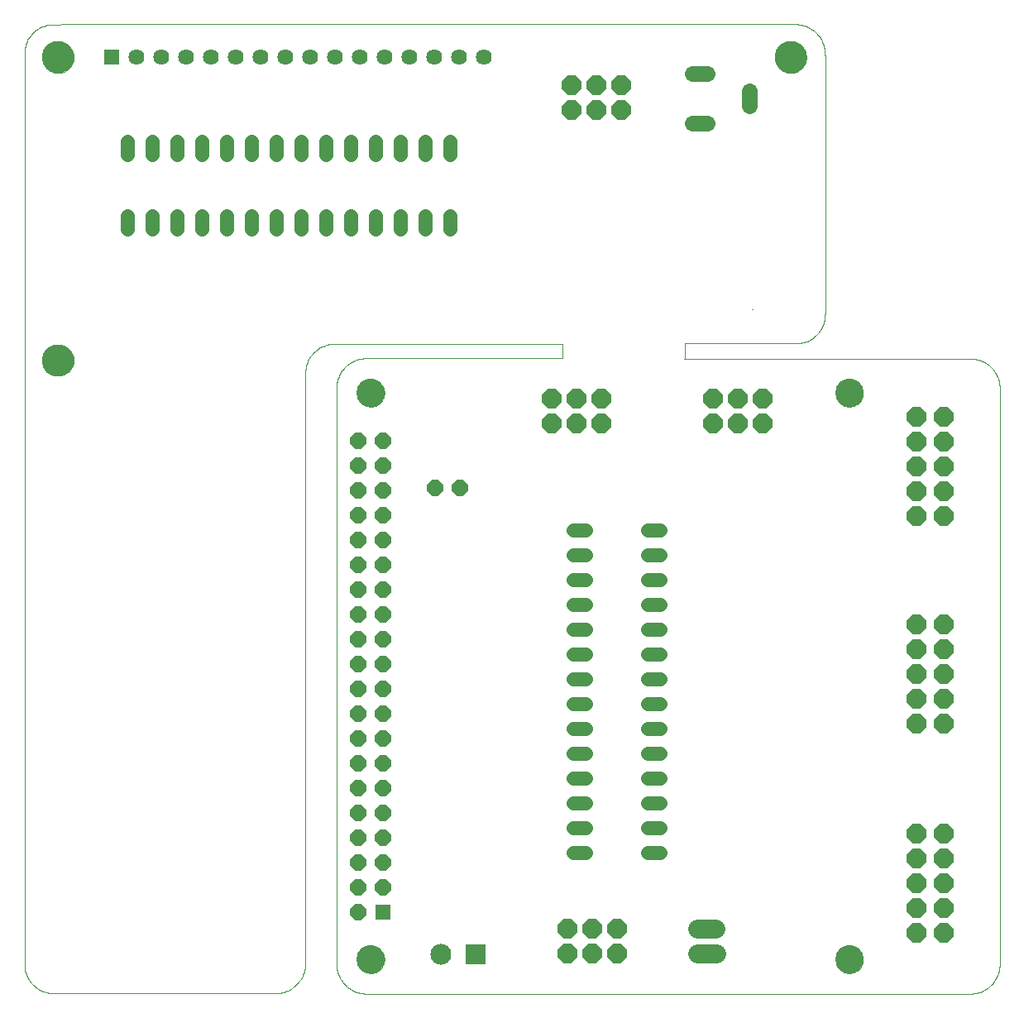
<source format=gbs>
G75*
G70*
%OFA0B0*%
%FSLAX24Y24*%
%IPPOS*%
%LPD*%
%AMOC8*
5,1,8,0,0,1.08239X$1,22.5*
%
%ADD10C,0.0000*%
%ADD11C,0.1142*%
%ADD12C,0.0001*%
%ADD13R,0.0640X0.0640*%
%ADD14OC8,0.0640*%
%ADD15OC8,0.0780*%
%ADD16C,0.0560*%
%ADD17C,0.0780*%
%ADD18R,0.0840X0.0840*%
%ADD19C,0.0840*%
%ADD20C,0.0640*%
%ADD21C,0.1300*%
%ADD22C,0.0640*%
D10*
X016753Y006193D02*
X016755Y006240D01*
X016761Y006286D01*
X016771Y006332D01*
X016784Y006377D01*
X016802Y006420D01*
X016823Y006462D01*
X016847Y006502D01*
X016875Y006539D01*
X016906Y006574D01*
X016940Y006607D01*
X016976Y006636D01*
X017015Y006662D01*
X017056Y006685D01*
X017099Y006704D01*
X017143Y006720D01*
X017188Y006732D01*
X017234Y006740D01*
X017281Y006744D01*
X017327Y006744D01*
X017374Y006740D01*
X017420Y006732D01*
X017465Y006720D01*
X017509Y006704D01*
X017552Y006685D01*
X017593Y006662D01*
X017632Y006636D01*
X017668Y006607D01*
X017702Y006574D01*
X017733Y006539D01*
X017761Y006502D01*
X017785Y006462D01*
X017806Y006420D01*
X017824Y006377D01*
X017837Y006332D01*
X017847Y006286D01*
X017853Y006240D01*
X017855Y006193D01*
X017853Y006146D01*
X017847Y006100D01*
X017837Y006054D01*
X017824Y006009D01*
X017806Y005966D01*
X017785Y005924D01*
X017761Y005884D01*
X017733Y005847D01*
X017702Y005812D01*
X017668Y005779D01*
X017632Y005750D01*
X017593Y005724D01*
X017552Y005701D01*
X017509Y005682D01*
X017465Y005666D01*
X017420Y005654D01*
X017374Y005646D01*
X017327Y005642D01*
X017281Y005642D01*
X017234Y005646D01*
X017188Y005654D01*
X017143Y005666D01*
X017099Y005682D01*
X017056Y005701D01*
X017015Y005724D01*
X016976Y005750D01*
X016940Y005779D01*
X016906Y005812D01*
X016875Y005847D01*
X016847Y005884D01*
X016823Y005924D01*
X016802Y005966D01*
X016784Y006009D01*
X016771Y006054D01*
X016761Y006100D01*
X016755Y006146D01*
X016753Y006193D01*
X036045Y006193D02*
X036047Y006240D01*
X036053Y006286D01*
X036063Y006332D01*
X036076Y006377D01*
X036094Y006420D01*
X036115Y006462D01*
X036139Y006502D01*
X036167Y006539D01*
X036198Y006574D01*
X036232Y006607D01*
X036268Y006636D01*
X036307Y006662D01*
X036348Y006685D01*
X036391Y006704D01*
X036435Y006720D01*
X036480Y006732D01*
X036526Y006740D01*
X036573Y006744D01*
X036619Y006744D01*
X036666Y006740D01*
X036712Y006732D01*
X036757Y006720D01*
X036801Y006704D01*
X036844Y006685D01*
X036885Y006662D01*
X036924Y006636D01*
X036960Y006607D01*
X036994Y006574D01*
X037025Y006539D01*
X037053Y006502D01*
X037077Y006462D01*
X037098Y006420D01*
X037116Y006377D01*
X037129Y006332D01*
X037139Y006286D01*
X037145Y006240D01*
X037147Y006193D01*
X037145Y006146D01*
X037139Y006100D01*
X037129Y006054D01*
X037116Y006009D01*
X037098Y005966D01*
X037077Y005924D01*
X037053Y005884D01*
X037025Y005847D01*
X036994Y005812D01*
X036960Y005779D01*
X036924Y005750D01*
X036885Y005724D01*
X036844Y005701D01*
X036801Y005682D01*
X036757Y005666D01*
X036712Y005654D01*
X036666Y005646D01*
X036619Y005642D01*
X036573Y005642D01*
X036526Y005646D01*
X036480Y005654D01*
X036435Y005666D01*
X036391Y005682D01*
X036348Y005701D01*
X036307Y005724D01*
X036268Y005750D01*
X036232Y005779D01*
X036198Y005812D01*
X036167Y005847D01*
X036139Y005884D01*
X036115Y005924D01*
X036094Y005966D01*
X036076Y006009D01*
X036063Y006054D01*
X036053Y006100D01*
X036047Y006146D01*
X036045Y006193D01*
X036045Y029028D02*
X036047Y029075D01*
X036053Y029121D01*
X036063Y029167D01*
X036076Y029212D01*
X036094Y029255D01*
X036115Y029297D01*
X036139Y029337D01*
X036167Y029374D01*
X036198Y029409D01*
X036232Y029442D01*
X036268Y029471D01*
X036307Y029497D01*
X036348Y029520D01*
X036391Y029539D01*
X036435Y029555D01*
X036480Y029567D01*
X036526Y029575D01*
X036573Y029579D01*
X036619Y029579D01*
X036666Y029575D01*
X036712Y029567D01*
X036757Y029555D01*
X036801Y029539D01*
X036844Y029520D01*
X036885Y029497D01*
X036924Y029471D01*
X036960Y029442D01*
X036994Y029409D01*
X037025Y029374D01*
X037053Y029337D01*
X037077Y029297D01*
X037098Y029255D01*
X037116Y029212D01*
X037129Y029167D01*
X037139Y029121D01*
X037145Y029075D01*
X037147Y029028D01*
X037145Y028981D01*
X037139Y028935D01*
X037129Y028889D01*
X037116Y028844D01*
X037098Y028801D01*
X037077Y028759D01*
X037053Y028719D01*
X037025Y028682D01*
X036994Y028647D01*
X036960Y028614D01*
X036924Y028585D01*
X036885Y028559D01*
X036844Y028536D01*
X036801Y028517D01*
X036757Y028501D01*
X036712Y028489D01*
X036666Y028481D01*
X036619Y028477D01*
X036573Y028477D01*
X036526Y028481D01*
X036480Y028489D01*
X036435Y028501D01*
X036391Y028517D01*
X036348Y028536D01*
X036307Y028559D01*
X036268Y028585D01*
X036232Y028614D01*
X036198Y028647D01*
X036167Y028682D01*
X036139Y028719D01*
X036115Y028759D01*
X036094Y028801D01*
X036076Y028844D01*
X036063Y028889D01*
X036053Y028935D01*
X036047Y028981D01*
X036045Y029028D01*
X033600Y042556D02*
X033602Y042606D01*
X033608Y042656D01*
X033618Y042705D01*
X033632Y042753D01*
X033649Y042800D01*
X033670Y042845D01*
X033695Y042889D01*
X033723Y042930D01*
X033755Y042969D01*
X033789Y043006D01*
X033826Y043040D01*
X033866Y043070D01*
X033908Y043097D01*
X033952Y043121D01*
X033998Y043142D01*
X034045Y043158D01*
X034093Y043171D01*
X034143Y043180D01*
X034192Y043185D01*
X034243Y043186D01*
X034293Y043183D01*
X034342Y043176D01*
X034391Y043165D01*
X034439Y043150D01*
X034485Y043132D01*
X034530Y043110D01*
X034573Y043084D01*
X034614Y043055D01*
X034653Y043023D01*
X034689Y042988D01*
X034721Y042950D01*
X034751Y042910D01*
X034778Y042867D01*
X034801Y042823D01*
X034820Y042777D01*
X034836Y042729D01*
X034848Y042680D01*
X034856Y042631D01*
X034860Y042581D01*
X034860Y042531D01*
X034856Y042481D01*
X034848Y042432D01*
X034836Y042383D01*
X034820Y042335D01*
X034801Y042289D01*
X034778Y042245D01*
X034751Y042202D01*
X034721Y042162D01*
X034689Y042124D01*
X034653Y042089D01*
X034614Y042057D01*
X034573Y042028D01*
X034530Y042002D01*
X034485Y041980D01*
X034439Y041962D01*
X034391Y041947D01*
X034342Y041936D01*
X034293Y041929D01*
X034243Y041926D01*
X034192Y041927D01*
X034143Y041932D01*
X034093Y041941D01*
X034045Y041954D01*
X033998Y041970D01*
X033952Y041991D01*
X033908Y042015D01*
X033866Y042042D01*
X033826Y042072D01*
X033789Y042106D01*
X033755Y042143D01*
X033723Y042182D01*
X033695Y042223D01*
X033670Y042267D01*
X033649Y042312D01*
X033632Y042359D01*
X033618Y042407D01*
X033608Y042456D01*
X033602Y042506D01*
X033600Y042556D01*
X016753Y029028D02*
X016755Y029075D01*
X016761Y029121D01*
X016771Y029167D01*
X016784Y029212D01*
X016802Y029255D01*
X016823Y029297D01*
X016847Y029337D01*
X016875Y029374D01*
X016906Y029409D01*
X016940Y029442D01*
X016976Y029471D01*
X017015Y029497D01*
X017056Y029520D01*
X017099Y029539D01*
X017143Y029555D01*
X017188Y029567D01*
X017234Y029575D01*
X017281Y029579D01*
X017327Y029579D01*
X017374Y029575D01*
X017420Y029567D01*
X017465Y029555D01*
X017509Y029539D01*
X017552Y029520D01*
X017593Y029497D01*
X017632Y029471D01*
X017668Y029442D01*
X017702Y029409D01*
X017733Y029374D01*
X017761Y029337D01*
X017785Y029297D01*
X017806Y029255D01*
X017824Y029212D01*
X017837Y029167D01*
X017847Y029121D01*
X017853Y029075D01*
X017855Y029028D01*
X017853Y028981D01*
X017847Y028935D01*
X017837Y028889D01*
X017824Y028844D01*
X017806Y028801D01*
X017785Y028759D01*
X017761Y028719D01*
X017733Y028682D01*
X017702Y028647D01*
X017668Y028614D01*
X017632Y028585D01*
X017593Y028559D01*
X017552Y028536D01*
X017509Y028517D01*
X017465Y028501D01*
X017420Y028489D01*
X017374Y028481D01*
X017327Y028477D01*
X017281Y028477D01*
X017234Y028481D01*
X017188Y028489D01*
X017143Y028501D01*
X017099Y028517D01*
X017056Y028536D01*
X017015Y028559D01*
X016976Y028585D01*
X016940Y028614D01*
X016906Y028647D01*
X016875Y028682D01*
X016847Y028719D01*
X016823Y028759D01*
X016802Y028801D01*
X016784Y028844D01*
X016771Y028889D01*
X016761Y028935D01*
X016755Y028981D01*
X016753Y029028D01*
X004073Y030351D02*
X004075Y030401D01*
X004081Y030451D01*
X004091Y030500D01*
X004105Y030548D01*
X004122Y030595D01*
X004143Y030640D01*
X004168Y030684D01*
X004196Y030725D01*
X004228Y030764D01*
X004262Y030801D01*
X004299Y030835D01*
X004339Y030865D01*
X004381Y030892D01*
X004425Y030916D01*
X004471Y030937D01*
X004518Y030953D01*
X004566Y030966D01*
X004616Y030975D01*
X004665Y030980D01*
X004716Y030981D01*
X004766Y030978D01*
X004815Y030971D01*
X004864Y030960D01*
X004912Y030945D01*
X004958Y030927D01*
X005003Y030905D01*
X005046Y030879D01*
X005087Y030850D01*
X005126Y030818D01*
X005162Y030783D01*
X005194Y030745D01*
X005224Y030705D01*
X005251Y030662D01*
X005274Y030618D01*
X005293Y030572D01*
X005309Y030524D01*
X005321Y030475D01*
X005329Y030426D01*
X005333Y030376D01*
X005333Y030326D01*
X005329Y030276D01*
X005321Y030227D01*
X005309Y030178D01*
X005293Y030130D01*
X005274Y030084D01*
X005251Y030040D01*
X005224Y029997D01*
X005194Y029957D01*
X005162Y029919D01*
X005126Y029884D01*
X005087Y029852D01*
X005046Y029823D01*
X005003Y029797D01*
X004958Y029775D01*
X004912Y029757D01*
X004864Y029742D01*
X004815Y029731D01*
X004766Y029724D01*
X004716Y029721D01*
X004665Y029722D01*
X004616Y029727D01*
X004566Y029736D01*
X004518Y029749D01*
X004471Y029765D01*
X004425Y029786D01*
X004381Y029810D01*
X004339Y029837D01*
X004299Y029867D01*
X004262Y029901D01*
X004228Y029938D01*
X004196Y029977D01*
X004168Y030018D01*
X004143Y030062D01*
X004122Y030107D01*
X004105Y030154D01*
X004091Y030202D01*
X004081Y030251D01*
X004075Y030301D01*
X004073Y030351D01*
X004073Y042556D02*
X004075Y042606D01*
X004081Y042656D01*
X004091Y042705D01*
X004105Y042753D01*
X004122Y042800D01*
X004143Y042845D01*
X004168Y042889D01*
X004196Y042930D01*
X004228Y042969D01*
X004262Y043006D01*
X004299Y043040D01*
X004339Y043070D01*
X004381Y043097D01*
X004425Y043121D01*
X004471Y043142D01*
X004518Y043158D01*
X004566Y043171D01*
X004616Y043180D01*
X004665Y043185D01*
X004716Y043186D01*
X004766Y043183D01*
X004815Y043176D01*
X004864Y043165D01*
X004912Y043150D01*
X004958Y043132D01*
X005003Y043110D01*
X005046Y043084D01*
X005087Y043055D01*
X005126Y043023D01*
X005162Y042988D01*
X005194Y042950D01*
X005224Y042910D01*
X005251Y042867D01*
X005274Y042823D01*
X005293Y042777D01*
X005309Y042729D01*
X005321Y042680D01*
X005329Y042631D01*
X005333Y042581D01*
X005333Y042531D01*
X005329Y042481D01*
X005321Y042432D01*
X005309Y042383D01*
X005293Y042335D01*
X005274Y042289D01*
X005251Y042245D01*
X005224Y042202D01*
X005194Y042162D01*
X005162Y042124D01*
X005126Y042089D01*
X005087Y042057D01*
X005046Y042028D01*
X005003Y042002D01*
X004958Y041980D01*
X004912Y041962D01*
X004864Y041947D01*
X004815Y041936D01*
X004766Y041929D01*
X004716Y041926D01*
X004665Y041927D01*
X004616Y041932D01*
X004566Y041941D01*
X004518Y041954D01*
X004471Y041970D01*
X004425Y041991D01*
X004381Y042015D01*
X004339Y042042D01*
X004299Y042072D01*
X004262Y042106D01*
X004228Y042143D01*
X004196Y042182D01*
X004168Y042223D01*
X004143Y042267D01*
X004122Y042312D01*
X004105Y042359D01*
X004091Y042407D01*
X004081Y042456D01*
X004075Y042506D01*
X004073Y042556D01*
D11*
X017304Y029028D03*
X036596Y029028D03*
X036596Y006193D03*
X017304Y006193D03*
D12*
X013461Y004829D02*
X004544Y004829D01*
X004477Y004831D01*
X004411Y004836D01*
X004346Y004845D01*
X004280Y004857D01*
X004216Y004874D01*
X004153Y004893D01*
X004091Y004917D01*
X004030Y004943D01*
X003971Y004973D01*
X003914Y005007D01*
X003858Y005043D01*
X003805Y005083D01*
X003754Y005125D01*
X003706Y005170D01*
X003660Y005218D01*
X003617Y005268D01*
X003576Y005321D01*
X003539Y005376D01*
X003505Y005433D01*
X003474Y005491D01*
X003446Y005552D01*
X003422Y005613D01*
X003401Y005676D01*
X003384Y005740D01*
X003371Y005805D01*
X003361Y005871D01*
X003355Y005937D01*
X003352Y006003D01*
X003353Y006069D01*
X003353Y006068D02*
X003353Y042682D01*
X003354Y042680D02*
X003353Y042747D01*
X003356Y042814D01*
X003363Y042880D01*
X003374Y042947D01*
X003389Y043012D01*
X003407Y043076D01*
X003429Y043139D01*
X003455Y043201D01*
X003484Y043261D01*
X003517Y043320D01*
X003553Y043376D01*
X003592Y043430D01*
X003635Y043482D01*
X003680Y043532D01*
X003728Y043578D01*
X003779Y043622D01*
X003832Y043663D01*
X003887Y043700D01*
X003944Y043735D01*
X004004Y043766D01*
X004065Y043793D01*
X004127Y043817D01*
X004191Y043837D01*
X004256Y043854D01*
X004322Y043867D01*
X004388Y043876D01*
X004455Y043881D01*
X004522Y043882D01*
X004521Y043882D02*
X005072Y043890D01*
X005074Y043890D02*
X034420Y043890D01*
X034420Y043890D01*
X034419Y043890D02*
X034486Y043888D01*
X034552Y043883D01*
X034618Y043874D01*
X034683Y043861D01*
X034747Y043845D01*
X034811Y043825D01*
X034873Y043802D01*
X034934Y043775D01*
X034993Y043745D01*
X035050Y043712D01*
X035106Y043675D01*
X035159Y043635D01*
X035210Y043593D01*
X035258Y043548D01*
X035304Y043500D01*
X035348Y043449D01*
X035388Y043396D01*
X035425Y043341D01*
X035459Y043285D01*
X035490Y043226D01*
X035518Y043165D01*
X035542Y043104D01*
X035563Y043040D01*
X035580Y042976D01*
X035593Y042911D01*
X035603Y042846D01*
X035609Y042779D01*
X035612Y042713D01*
X035611Y042647D01*
X035612Y042649D02*
X035619Y042649D01*
X035619Y032206D01*
X035618Y032216D02*
X035616Y032149D01*
X035611Y032083D01*
X035602Y032017D01*
X035589Y031952D01*
X035573Y031888D01*
X035553Y031824D01*
X035530Y031762D01*
X035503Y031701D01*
X035473Y031642D01*
X035440Y031585D01*
X035403Y031529D01*
X035363Y031476D01*
X035321Y031425D01*
X035276Y031377D01*
X035228Y031331D01*
X035177Y031287D01*
X035124Y031247D01*
X035069Y031210D01*
X035013Y031176D01*
X034954Y031145D01*
X034893Y031117D01*
X034832Y031093D01*
X034768Y031072D01*
X034704Y031055D01*
X034639Y031042D01*
X034574Y031032D01*
X034507Y031026D01*
X034441Y031023D01*
X034375Y031024D01*
X034359Y031022D02*
X029974Y031022D01*
X029974Y030414D01*
X041464Y030414D01*
X041459Y030414D01*
X041460Y030414D02*
X041463Y030414D01*
X041530Y030412D01*
X041596Y030407D01*
X041662Y030398D01*
X041727Y030385D01*
X041792Y030368D01*
X041855Y030348D01*
X041917Y030325D01*
X041978Y030298D01*
X042037Y030267D01*
X042095Y030234D01*
X042150Y030197D01*
X042204Y030157D01*
X042255Y030114D01*
X042303Y030069D01*
X042349Y030021D01*
X042392Y029970D01*
X042432Y029917D01*
X042470Y029862D01*
X042504Y029805D01*
X042534Y029746D01*
X042562Y029685D01*
X042586Y029623D01*
X042607Y029560D01*
X042624Y029496D01*
X042637Y029430D01*
X042647Y029365D01*
X042653Y029298D01*
X042655Y029232D01*
X042654Y029165D01*
X042654Y029225D01*
X042654Y029165D02*
X042654Y006005D01*
X042652Y005938D01*
X042647Y005872D01*
X042638Y005807D01*
X042626Y005741D01*
X042609Y005677D01*
X042590Y005614D01*
X042566Y005552D01*
X042540Y005491D01*
X042510Y005432D01*
X042476Y005375D01*
X042440Y005319D01*
X042400Y005266D01*
X042358Y005215D01*
X042313Y005167D01*
X042265Y005121D01*
X042215Y005078D01*
X042162Y005037D01*
X042107Y005000D01*
X042050Y004966D01*
X041992Y004935D01*
X041931Y004907D01*
X041870Y004883D01*
X041807Y004862D01*
X041743Y004845D01*
X041678Y004832D01*
X041612Y004822D01*
X041546Y004816D01*
X041480Y004813D01*
X041414Y004814D01*
X041414Y004815D02*
X017124Y004815D01*
X017104Y004815D01*
X017124Y004815D02*
X017057Y004817D01*
X016991Y004822D01*
X016926Y004831D01*
X016860Y004843D01*
X016796Y004860D01*
X016733Y004879D01*
X016671Y004903D01*
X016610Y004929D01*
X016551Y004959D01*
X016494Y004993D01*
X016438Y005029D01*
X016385Y005069D01*
X016334Y005111D01*
X016286Y005156D01*
X016240Y005204D01*
X016197Y005254D01*
X016156Y005307D01*
X016119Y005362D01*
X016085Y005419D01*
X016054Y005477D01*
X016026Y005538D01*
X016002Y005599D01*
X015981Y005662D01*
X015964Y005726D01*
X015951Y005791D01*
X015941Y005857D01*
X015935Y005923D01*
X015932Y005989D01*
X015933Y006055D01*
X015934Y006055D02*
X015934Y005995D01*
X015934Y006055D02*
X015934Y029235D01*
X014671Y029817D02*
X014673Y029884D01*
X014678Y029950D01*
X014687Y030015D01*
X014699Y030081D01*
X014716Y030145D01*
X014735Y030208D01*
X014759Y030270D01*
X014785Y030331D01*
X014815Y030390D01*
X014849Y030447D01*
X014885Y030503D01*
X014925Y030556D01*
X014967Y030607D01*
X015012Y030655D01*
X015060Y030701D01*
X015110Y030744D01*
X015163Y030785D01*
X015218Y030822D01*
X015275Y030856D01*
X015333Y030887D01*
X015394Y030915D01*
X015455Y030939D01*
X015518Y030960D01*
X015582Y030977D01*
X015647Y030990D01*
X015713Y031000D01*
X015779Y031006D01*
X015845Y031009D01*
X015911Y031008D01*
X015914Y031007D01*
X025044Y031012D01*
X025043Y031014D02*
X025044Y030424D01*
X017176Y030424D01*
X017173Y030426D02*
X017107Y030427D01*
X017041Y030424D01*
X016975Y030418D01*
X016909Y030408D01*
X016844Y030395D01*
X016780Y030378D01*
X016717Y030357D01*
X016656Y030333D01*
X016595Y030305D01*
X016537Y030274D01*
X016480Y030240D01*
X016425Y030203D01*
X016372Y030162D01*
X016322Y030119D01*
X016274Y030073D01*
X016229Y030025D01*
X016187Y029974D01*
X016147Y029921D01*
X016111Y029865D01*
X016077Y029808D01*
X016047Y029749D01*
X016021Y029688D01*
X015997Y029626D01*
X015978Y029563D01*
X015961Y029499D01*
X015949Y029433D01*
X015940Y029368D01*
X015935Y029302D01*
X015933Y029235D01*
X014671Y029822D02*
X014675Y006109D01*
X014674Y006113D02*
X014676Y006045D01*
X014674Y005976D01*
X014668Y005909D01*
X014658Y005841D01*
X014645Y005774D01*
X014627Y005708D01*
X014607Y005643D01*
X014582Y005580D01*
X014554Y005518D01*
X014523Y005457D01*
X014488Y005399D01*
X014450Y005342D01*
X014409Y005288D01*
X014365Y005236D01*
X014318Y005186D01*
X014269Y005139D01*
X014216Y005095D01*
X014162Y005055D01*
X014105Y005017D01*
X014047Y004982D01*
X013986Y004951D01*
X013924Y004923D01*
X013860Y004899D01*
X013795Y004878D01*
X013729Y004861D01*
X013662Y004847D01*
X013595Y004838D01*
X013527Y004832D01*
X013459Y004830D01*
X029934Y030414D02*
X029974Y030414D01*
X032684Y032392D02*
X032701Y032410D01*
X041414Y004815D02*
X041474Y004815D01*
D13*
X017804Y008110D03*
X006868Y042556D03*
D14*
X016804Y027110D03*
X016804Y026110D03*
X017804Y026110D03*
X017804Y027110D03*
X017804Y025110D03*
X017804Y024110D03*
X017804Y023110D03*
X017804Y022110D03*
X017804Y021110D03*
X016804Y021110D03*
X016804Y022110D03*
X016804Y023110D03*
X016804Y024110D03*
X016804Y025110D03*
X019893Y025207D03*
X020893Y025207D03*
X017804Y020110D03*
X017804Y019110D03*
X017804Y018110D03*
X017804Y017110D03*
X016804Y017110D03*
X016804Y018110D03*
X016804Y019110D03*
X016804Y020110D03*
X016804Y016110D03*
X016804Y015110D03*
X016804Y014110D03*
X016804Y013110D03*
X017804Y013110D03*
X017804Y014110D03*
X017804Y015110D03*
X017804Y016110D03*
X017804Y012110D03*
X017804Y011110D03*
X017804Y010110D03*
X017804Y009110D03*
X016804Y009110D03*
X016804Y008110D03*
X016804Y010110D03*
X016804Y011110D03*
X016804Y012110D03*
D15*
X025244Y007429D03*
X026244Y007429D03*
X027244Y007429D03*
X027244Y006429D03*
X026244Y006429D03*
X025244Y006429D03*
X039299Y007252D03*
X039299Y008252D03*
X039299Y009252D03*
X039299Y010252D03*
X040399Y010252D03*
X040399Y009252D03*
X040399Y008252D03*
X040399Y007252D03*
X040399Y011252D03*
X039299Y011252D03*
X039299Y015690D03*
X040399Y015690D03*
X040399Y016690D03*
X040399Y017690D03*
X040399Y018690D03*
X040399Y019690D03*
X039299Y019690D03*
X039299Y018690D03*
X039299Y017690D03*
X039299Y016690D03*
X039299Y024065D03*
X039299Y025065D03*
X040399Y025065D03*
X040399Y024065D03*
X040399Y026065D03*
X040399Y027065D03*
X040399Y028065D03*
X039299Y028065D03*
X039299Y027065D03*
X039299Y026065D03*
X033099Y027815D03*
X033099Y028815D03*
X032099Y028815D03*
X031099Y028815D03*
X031099Y027815D03*
X032099Y027815D03*
X026599Y027815D03*
X026599Y028815D03*
X025599Y028815D03*
X024599Y028815D03*
X024599Y027815D03*
X025599Y027815D03*
X025387Y040445D03*
X026387Y040445D03*
X026387Y041445D03*
X025387Y041445D03*
X027387Y041445D03*
X027387Y040445D03*
D16*
X020497Y039171D02*
X020497Y038651D01*
X019497Y038651D02*
X019497Y039171D01*
X018497Y039171D02*
X018497Y038651D01*
X017497Y038651D02*
X017497Y039171D01*
X016497Y039171D02*
X016497Y038651D01*
X015497Y038651D02*
X015497Y039171D01*
X014497Y039171D02*
X014497Y038651D01*
X013497Y038651D02*
X013497Y039171D01*
X012497Y039171D02*
X012497Y038651D01*
X011497Y038651D02*
X011497Y039171D01*
X010497Y039171D02*
X010497Y038651D01*
X009497Y038651D02*
X009497Y039171D01*
X008497Y039171D02*
X008497Y038651D01*
X007497Y038651D02*
X007497Y039171D01*
X007497Y036171D02*
X007497Y035651D01*
X008497Y035651D02*
X008497Y036171D01*
X009497Y036171D02*
X009497Y035651D01*
X010497Y035651D02*
X010497Y036171D01*
X011497Y036171D02*
X011497Y035651D01*
X012497Y035651D02*
X012497Y036171D01*
X013497Y036171D02*
X013497Y035651D01*
X014497Y035651D02*
X014497Y036171D01*
X015497Y036171D02*
X015497Y035651D01*
X016497Y035651D02*
X016497Y036171D01*
X017497Y036171D02*
X017497Y035651D01*
X018497Y035651D02*
X018497Y036171D01*
X019497Y036171D02*
X019497Y035651D01*
X020497Y035651D02*
X020497Y036171D01*
X025464Y023502D02*
X025984Y023502D01*
X025984Y022502D02*
X025464Y022502D01*
X025464Y021502D02*
X025984Y021502D01*
X025984Y020502D02*
X025464Y020502D01*
X025464Y019502D02*
X025984Y019502D01*
X025984Y018502D02*
X025464Y018502D01*
X025464Y017502D02*
X025984Y017502D01*
X025984Y016502D02*
X025464Y016502D01*
X025464Y015502D02*
X025984Y015502D01*
X025984Y014502D02*
X025464Y014502D01*
X025464Y013502D02*
X025984Y013502D01*
X025984Y012502D02*
X025464Y012502D01*
X025464Y011502D02*
X025984Y011502D01*
X025984Y010502D02*
X025464Y010502D01*
X028464Y010502D02*
X028984Y010502D01*
X028984Y011502D02*
X028464Y011502D01*
X028464Y012502D02*
X028984Y012502D01*
X028984Y013502D02*
X028464Y013502D01*
X028464Y014502D02*
X028984Y014502D01*
X028984Y015502D02*
X028464Y015502D01*
X028464Y016502D02*
X028984Y016502D01*
X028984Y017502D02*
X028464Y017502D01*
X028464Y018502D02*
X028984Y018502D01*
X028984Y019502D02*
X028464Y019502D01*
X028464Y020502D02*
X028984Y020502D01*
X028984Y021502D02*
X028464Y021502D01*
X028464Y022502D02*
X028984Y022502D01*
X028984Y023502D02*
X028464Y023502D01*
D17*
X030475Y007421D02*
X031215Y007421D01*
X031223Y006440D02*
X030483Y006440D01*
D18*
X021524Y006390D03*
D19*
X020146Y006390D03*
D20*
X019868Y042556D03*
X018868Y042556D03*
X017868Y042556D03*
X016868Y042556D03*
X015868Y042556D03*
X014868Y042556D03*
X013868Y042556D03*
X012868Y042556D03*
X011868Y042556D03*
X010868Y042556D03*
X009868Y042556D03*
X008868Y042556D03*
X007868Y042556D03*
X020868Y042556D03*
X021868Y042556D03*
D21*
X034230Y042556D03*
X004703Y042556D03*
X004703Y030351D03*
D22*
X030279Y039905D02*
X030879Y039905D01*
X032579Y040605D02*
X032579Y041205D01*
X030879Y041905D02*
X030279Y041905D01*
M02*

</source>
